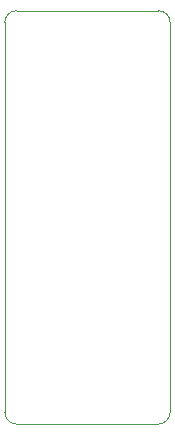
<source format=gm1>
G04 #@! TF.GenerationSoftware,KiCad,Pcbnew,(6.0.4-0)*
G04 #@! TF.CreationDate,2022-03-31T22:02:45+09:00*
G04 #@! TF.ProjectId,otaHID,6f746148-4944-42e6-9b69-6361645f7063,1.0*
G04 #@! TF.SameCoordinates,Original*
G04 #@! TF.FileFunction,Profile,NP*
%FSLAX46Y46*%
G04 Gerber Fmt 4.6, Leading zero omitted, Abs format (unit mm)*
G04 Created by KiCad (PCBNEW (6.0.4-0)) date 2022-03-31 22:02:45*
%MOMM*%
%LPD*%
G01*
G04 APERTURE LIST*
G04 #@! TA.AperFunction,Profile*
%ADD10C,0.100000*%
G04 #@! TD*
G04 APERTURE END LIST*
D10*
X6000000Y-30000000D02*
G75*
G03*
X7000000Y-29000000I0J1000000D01*
G01*
X7000000Y4000000D02*
X7000000Y-29000000D01*
X-6000000Y5000000D02*
X6000000Y5000000D01*
X-6000000Y5000000D02*
G75*
G03*
X-7000000Y4000000I-1J-999999D01*
G01*
X-7000000Y-29000000D02*
G75*
G03*
X-6000000Y-30000000I999999J-1D01*
G01*
X-7000000Y-29000000D02*
X-7000000Y4000000D01*
X6000000Y-30000000D02*
X-6000000Y-30000000D01*
X7000000Y4000000D02*
G75*
G03*
X6000000Y5000000I-1000000J0D01*
G01*
M02*

</source>
